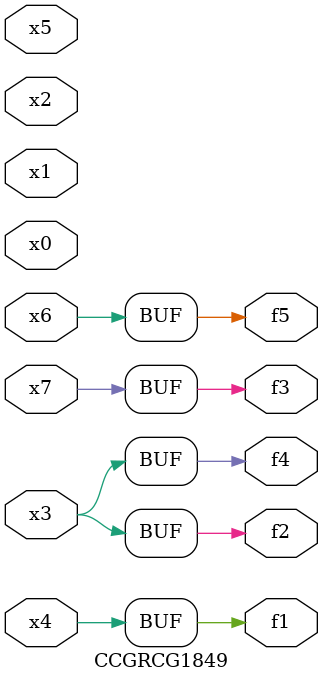
<source format=v>
module CCGRCG1849(
	input x0, x1, x2, x3, x4, x5, x6, x7,
	output f1, f2, f3, f4, f5
);
	assign f1 = x4;
	assign f2 = x3;
	assign f3 = x7;
	assign f4 = x3;
	assign f5 = x6;
endmodule

</source>
